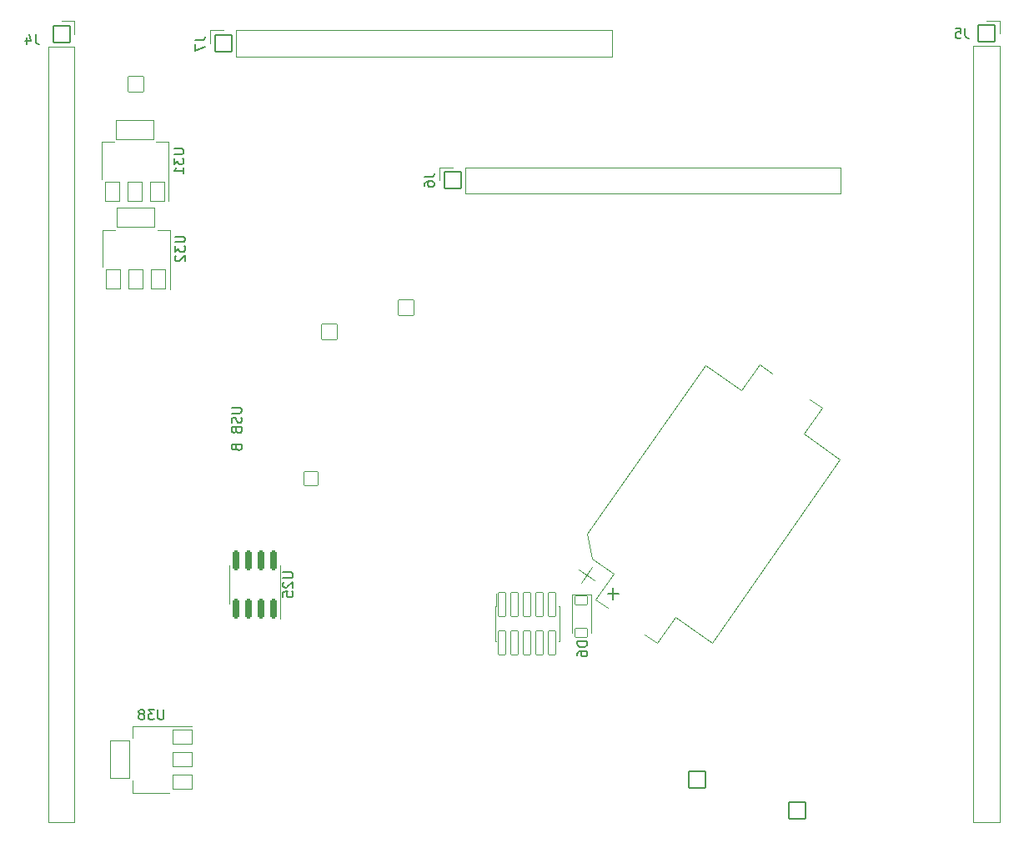
<source format=gbr>
%TF.GenerationSoftware,KiCad,Pcbnew,(6.0.1)*%
%TF.CreationDate,2023-04-04T00:05:00+01:00*%
%TF.ProjectId,polygonus-Shortage-Version,706f6c79-676f-46e7-9573-2d53686f7274,rev?*%
%TF.SameCoordinates,Original*%
%TF.FileFunction,Legend,Bot*%
%TF.FilePolarity,Positive*%
%FSLAX46Y46*%
G04 Gerber Fmt 4.6, Leading zero omitted, Abs format (unit mm)*
G04 Created by KiCad (PCBNEW (6.0.1)) date 2023-04-04 00:05:00*
%MOMM*%
%LPD*%
G01*
G04 APERTURE LIST*
G04 Aperture macros list*
%AMRoundRect*
0 Rectangle with rounded corners*
0 $1 Rounding radius*
0 $2 $3 $4 $5 $6 $7 $8 $9 X,Y pos of 4 corners*
0 Add a 4 corners polygon primitive as box body*
4,1,4,$2,$3,$4,$5,$6,$7,$8,$9,$2,$3,0*
0 Add four circle primitives for the rounded corners*
1,1,$1+$1,$2,$3*
1,1,$1+$1,$4,$5*
1,1,$1+$1,$6,$7*
1,1,$1+$1,$8,$9*
0 Add four rect primitives between the rounded corners*
20,1,$1+$1,$2,$3,$4,$5,0*
20,1,$1+$1,$4,$5,$6,$7,0*
20,1,$1+$1,$6,$7,$8,$9,0*
20,1,$1+$1,$8,$9,$2,$3,0*%
G04 Aperture macros list end*
%ADD10C,0.150000*%
%ADD11C,0.200000*%
%ADD12C,0.120000*%
%ADD13RoundRect,0.048000X0.800000X0.800000X-0.800000X0.800000X-0.800000X-0.800000X0.800000X-0.800000X0*%
%ADD14C,1.696000*%
%ADD15RoundRect,0.048000X0.850000X-0.850000X0.850000X0.850000X-0.850000X0.850000X-0.850000X-0.850000X0*%
%ADD16O,1.796000X1.796000*%
%ADD17RoundRect,0.048000X0.800000X-0.800000X0.800000X0.800000X-0.800000X0.800000X-0.800000X-0.800000X0*%
%ADD18RoundRect,0.048000X-0.700000X0.700000X-0.700000X-0.700000X0.700000X-0.700000X0.700000X0.700000X0*%
%ADD19C,1.496000*%
%ADD20C,3.096000*%
%ADD21C,1.086600*%
%ADD22RoundRect,0.048000X-0.370000X1.200000X-0.370000X-1.200000X0.370000X-1.200000X0.370000X1.200000X0*%
%ADD23RoundRect,0.048000X-0.728824X2.097335X-2.220123X-0.032460X0.728824X-2.097335X2.220123X0.032460X0*%
%ADD24RoundRect,0.198000X0.150000X-0.825000X0.150000X0.825000X-0.150000X0.825000X-0.150000X-0.825000X0*%
%ADD25RoundRect,0.048000X0.750000X-1.000000X0.750000X1.000000X-0.750000X1.000000X-0.750000X-1.000000X0*%
%ADD26RoundRect,0.048000X1.900000X-1.000000X1.900000X1.000000X-1.900000X1.000000X-1.900000X-1.000000X0*%
%ADD27RoundRect,0.048000X0.850000X0.850000X-0.850000X0.850000X-0.850000X-0.850000X0.850000X-0.850000X0*%
%ADD28RoundRect,0.048000X1.000000X0.750000X-1.000000X0.750000X-1.000000X-0.750000X1.000000X-0.750000X0*%
%ADD29RoundRect,0.048000X1.000000X1.900000X-1.000000X1.900000X-1.000000X-1.900000X1.000000X-1.900000X0*%
%ADD30RoundRect,0.048000X-0.850000X0.850000X-0.850000X-0.850000X0.850000X-0.850000X0.850000X0.850000X0*%
%ADD31RoundRect,0.048000X-0.600000X0.450000X-0.600000X-0.450000X0.600000X-0.450000X0.600000X0.450000X0*%
G04 APERTURE END LIST*
D10*
X78655380Y-95295142D02*
X79464904Y-95295142D01*
X79560142Y-95342761D01*
X79607761Y-95390380D01*
X79655380Y-95485619D01*
X79655380Y-95676095D01*
X79607761Y-95771333D01*
X79560142Y-95818952D01*
X79464904Y-95866571D01*
X78655380Y-95866571D01*
X79607761Y-96295142D02*
X79655380Y-96438000D01*
X79655380Y-96676095D01*
X79607761Y-96771333D01*
X79560142Y-96818952D01*
X79464904Y-96866571D01*
X79369666Y-96866571D01*
X79274428Y-96818952D01*
X79226809Y-96771333D01*
X79179190Y-96676095D01*
X79131571Y-96485619D01*
X79083952Y-96390380D01*
X79036333Y-96342761D01*
X78941095Y-96295142D01*
X78845857Y-96295142D01*
X78750619Y-96342761D01*
X78703000Y-96390380D01*
X78655380Y-96485619D01*
X78655380Y-96723714D01*
X78703000Y-96866571D01*
X79131571Y-97628476D02*
X79179190Y-97771333D01*
X79226809Y-97818952D01*
X79322047Y-97866571D01*
X79464904Y-97866571D01*
X79560142Y-97818952D01*
X79607761Y-97771333D01*
X79655380Y-97676095D01*
X79655380Y-97295142D01*
X78655380Y-97295142D01*
X78655380Y-97628476D01*
X78703000Y-97723714D01*
X78750619Y-97771333D01*
X78845857Y-97818952D01*
X78941095Y-97818952D01*
X79036333Y-97771333D01*
X79083952Y-97723714D01*
X79131571Y-97628476D01*
X79131571Y-97295142D01*
X79131571Y-99390380D02*
X79179190Y-99533238D01*
X79226809Y-99580857D01*
X79322047Y-99628476D01*
X79464904Y-99628476D01*
X79560142Y-99580857D01*
X79607761Y-99533238D01*
X79655380Y-99438000D01*
X79655380Y-99057047D01*
X78655380Y-99057047D01*
X78655380Y-99390380D01*
X78703000Y-99485619D01*
X78750619Y-99533238D01*
X78845857Y-99580857D01*
X78941095Y-99580857D01*
X79036333Y-99533238D01*
X79083952Y-99485619D01*
X79131571Y-99390380D01*
X79131571Y-99057047D01*
D11*
X117954807Y-114199198D02*
X116811950Y-114199198D01*
X117383379Y-114770627D02*
X117383379Y-113627770D01*
D10*
%TO.C,U25*%
X83867436Y-112019099D02*
X84676960Y-112019099D01*
X84772198Y-112066718D01*
X84819817Y-112114337D01*
X84867436Y-112209575D01*
X84867436Y-112400052D01*
X84819817Y-112495290D01*
X84772198Y-112542909D01*
X84676960Y-112590528D01*
X83867436Y-112590528D01*
X83962675Y-113019099D02*
X83915056Y-113066718D01*
X83867436Y-113161956D01*
X83867436Y-113400052D01*
X83915056Y-113495290D01*
X83962675Y-113542909D01*
X84057913Y-113590528D01*
X84153151Y-113590528D01*
X84296008Y-113542909D01*
X84867436Y-112971480D01*
X84867436Y-113590528D01*
X83867436Y-114495290D02*
X83867436Y-114019099D01*
X84343627Y-113971480D01*
X84296008Y-114019099D01*
X84248389Y-114114337D01*
X84248389Y-114352433D01*
X84296008Y-114447671D01*
X84343627Y-114495290D01*
X84438865Y-114542909D01*
X84676960Y-114542909D01*
X84772198Y-114495290D01*
X84819817Y-114447671D01*
X84867436Y-114352433D01*
X84867436Y-114114337D01*
X84819817Y-114019099D01*
X84772198Y-113971480D01*
%TO.C,U32*%
X72905790Y-77913099D02*
X73715314Y-77913099D01*
X73810552Y-77960718D01*
X73858171Y-78008337D01*
X73905790Y-78103575D01*
X73905790Y-78294052D01*
X73858171Y-78389290D01*
X73810552Y-78436909D01*
X73715314Y-78484528D01*
X72905790Y-78484528D01*
X72905790Y-78865480D02*
X72905790Y-79484528D01*
X73286743Y-79151195D01*
X73286743Y-79294052D01*
X73334362Y-79389290D01*
X73381981Y-79436909D01*
X73477219Y-79484528D01*
X73715314Y-79484528D01*
X73810552Y-79436909D01*
X73858171Y-79389290D01*
X73905790Y-79294052D01*
X73905790Y-79008337D01*
X73858171Y-78913099D01*
X73810552Y-78865480D01*
X73001029Y-79865480D02*
X72953410Y-79913099D01*
X72905790Y-80008337D01*
X72905790Y-80246433D01*
X72953410Y-80341671D01*
X73001029Y-80389290D01*
X73096267Y-80436909D01*
X73191505Y-80436909D01*
X73334362Y-80389290D01*
X73905790Y-79817861D01*
X73905790Y-80436909D01*
%TO.C,J4*%
X58730994Y-57383141D02*
X58730994Y-58097427D01*
X58778613Y-58240284D01*
X58873851Y-58335522D01*
X59016708Y-58383141D01*
X59111946Y-58383141D01*
X57826232Y-57716475D02*
X57826232Y-58383141D01*
X58064327Y-57335522D02*
X58302422Y-58049808D01*
X57683375Y-58049808D01*
%TO.C,U31*%
X72798581Y-69001245D02*
X73608105Y-69001245D01*
X73703343Y-69048864D01*
X73750962Y-69096483D01*
X73798581Y-69191721D01*
X73798581Y-69382198D01*
X73750962Y-69477436D01*
X73703343Y-69525055D01*
X73608105Y-69572674D01*
X72798581Y-69572674D01*
X72798581Y-69953626D02*
X72798581Y-70572674D01*
X73179534Y-70239341D01*
X73179534Y-70382198D01*
X73227153Y-70477436D01*
X73274772Y-70525055D01*
X73370010Y-70572674D01*
X73608105Y-70572674D01*
X73703343Y-70525055D01*
X73750962Y-70477436D01*
X73798581Y-70382198D01*
X73798581Y-70096483D01*
X73750962Y-70001245D01*
X73703343Y-69953626D01*
X73798581Y-71525055D02*
X73798581Y-70953626D01*
X73798581Y-71239341D02*
X72798581Y-71239341D01*
X72941439Y-71144102D01*
X73036677Y-71048864D01*
X73084296Y-70953626D01*
%TO.C,U38*%
X71741356Y-125974520D02*
X71741356Y-126784044D01*
X71693737Y-126879282D01*
X71646118Y-126926901D01*
X71550880Y-126974520D01*
X71360403Y-126974520D01*
X71265165Y-126926901D01*
X71217546Y-126879282D01*
X71169927Y-126784044D01*
X71169927Y-125974520D01*
X70788975Y-125974520D02*
X70169927Y-125974520D01*
X70503261Y-126355473D01*
X70360403Y-126355473D01*
X70265165Y-126403092D01*
X70217546Y-126450711D01*
X70169927Y-126545949D01*
X70169927Y-126784044D01*
X70217546Y-126879282D01*
X70265165Y-126926901D01*
X70360403Y-126974520D01*
X70646118Y-126974520D01*
X70741356Y-126926901D01*
X70788975Y-126879282D01*
X69598499Y-126403092D02*
X69693737Y-126355473D01*
X69741356Y-126307854D01*
X69788975Y-126212616D01*
X69788975Y-126164997D01*
X69741356Y-126069759D01*
X69693737Y-126022140D01*
X69598499Y-125974520D01*
X69408022Y-125974520D01*
X69312784Y-126022140D01*
X69265165Y-126069759D01*
X69217546Y-126164997D01*
X69217546Y-126212616D01*
X69265165Y-126307854D01*
X69312784Y-126355473D01*
X69408022Y-126403092D01*
X69598499Y-126403092D01*
X69693737Y-126450711D01*
X69741356Y-126498330D01*
X69788975Y-126593568D01*
X69788975Y-126784044D01*
X69741356Y-126879282D01*
X69693737Y-126926901D01*
X69598499Y-126974520D01*
X69408022Y-126974520D01*
X69312784Y-126926901D01*
X69265165Y-126879282D01*
X69217546Y-126784044D01*
X69217546Y-126593568D01*
X69265165Y-126498330D01*
X69312784Y-126450711D01*
X69408022Y-126403092D01*
%TO.C,J6*%
X98204666Y-71879637D02*
X98918952Y-71879637D01*
X99061809Y-71832018D01*
X99157047Y-71736780D01*
X99204666Y-71593923D01*
X99204666Y-71498685D01*
X98204666Y-72784399D02*
X98204666Y-72593923D01*
X98252286Y-72498685D01*
X98299905Y-72451066D01*
X98442762Y-72355828D01*
X98633238Y-72308209D01*
X99014190Y-72308209D01*
X99109428Y-72355828D01*
X99157047Y-72403447D01*
X99204666Y-72498685D01*
X99204666Y-72689161D01*
X99157047Y-72784399D01*
X99109428Y-72832018D01*
X99014190Y-72879637D01*
X98776095Y-72879637D01*
X98680857Y-72832018D01*
X98633238Y-72784399D01*
X98585619Y-72689161D01*
X98585619Y-72498685D01*
X98633238Y-72403447D01*
X98680857Y-72355828D01*
X98776095Y-72308209D01*
%TO.C,D6*%
X114746592Y-119056309D02*
X113746592Y-119056309D01*
X113746592Y-119294405D01*
X113794212Y-119437262D01*
X113889450Y-119532500D01*
X113984688Y-119580119D01*
X114175164Y-119627738D01*
X114318021Y-119627738D01*
X114508497Y-119580119D01*
X114603735Y-119532500D01*
X114698973Y-119437262D01*
X114746592Y-119294405D01*
X114746592Y-119056309D01*
X113746592Y-120484881D02*
X113746592Y-120294405D01*
X113794212Y-120199166D01*
X113841831Y-120151547D01*
X113984688Y-120056309D01*
X114175164Y-120008690D01*
X114556116Y-120008690D01*
X114651354Y-120056309D01*
X114698973Y-120103928D01*
X114746592Y-120199166D01*
X114746592Y-120389643D01*
X114698973Y-120484881D01*
X114651354Y-120532500D01*
X114556116Y-120580119D01*
X114318021Y-120580119D01*
X114222783Y-120532500D01*
X114175164Y-120484881D01*
X114127545Y-120389643D01*
X114127545Y-120199166D01*
X114175164Y-120103928D01*
X114222783Y-120056309D01*
X114318021Y-120008690D01*
%TO.C,J5*%
X153132376Y-56782601D02*
X153132376Y-57496887D01*
X153179995Y-57639744D01*
X153275233Y-57734982D01*
X153418090Y-57782601D01*
X153513328Y-57782601D01*
X152179995Y-56782601D02*
X152656185Y-56782601D01*
X152703804Y-57258792D01*
X152656185Y-57211173D01*
X152560947Y-57163554D01*
X152322852Y-57163554D01*
X152227614Y-57211173D01*
X152179995Y-57258792D01*
X152132376Y-57354030D01*
X152132376Y-57592125D01*
X152179995Y-57687363D01*
X152227614Y-57734982D01*
X152322852Y-57782601D01*
X152560947Y-57782601D01*
X152656185Y-57734982D01*
X152703804Y-57687363D01*
%TO.C,J7*%
X74928380Y-57987754D02*
X75642666Y-57987754D01*
X75785523Y-57940135D01*
X75880761Y-57844897D01*
X75928380Y-57702040D01*
X75928380Y-57606802D01*
X74928380Y-58368707D02*
X74928380Y-59035373D01*
X75928380Y-58606802D01*
D12*
%TO.C,J8*%
X105432000Y-115485000D02*
X105432000Y-119015000D01*
X111902000Y-115485000D02*
X111902000Y-119015000D01*
X111837000Y-115485000D02*
X111902000Y-115485000D01*
X105432000Y-119015000D02*
X105497000Y-119015000D01*
X111837000Y-119015000D02*
X111902000Y-119015000D01*
X105432000Y-115485000D02*
X105497000Y-115485000D01*
X105497000Y-114160000D02*
X105497000Y-115485000D01*
%TO.C,BT1*%
X115206462Y-110598450D02*
X117418172Y-112147106D01*
X117418172Y-112147106D02*
X115582727Y-114768393D01*
X140432012Y-100549988D02*
X136745828Y-97968894D01*
X123725643Y-116563645D02*
X121890198Y-119184932D01*
X114764425Y-108091539D02*
X115206462Y-110598450D01*
X126752173Y-90971261D02*
X130438357Y-93552355D01*
X138581273Y-95347607D02*
X137311587Y-94458564D01*
X115529746Y-112839094D02*
X113891442Y-111691942D01*
X115582727Y-114768393D02*
X116852413Y-115657436D01*
X132273802Y-90931068D02*
X133543487Y-91820112D01*
X127411827Y-119144739D02*
X140432012Y-100549988D01*
X127411827Y-119144739D02*
X123725643Y-116563645D01*
X121890198Y-119184932D02*
X120620513Y-118295888D01*
X136745828Y-97968894D02*
X138581273Y-95347607D01*
X126752173Y-90971261D02*
X114764425Y-108091539D01*
X115284170Y-111446366D02*
X114137018Y-113084670D01*
X130438357Y-93552355D02*
X132273802Y-90931068D01*
%TO.C,U25*%
X83575056Y-113257195D02*
X83575056Y-116707195D01*
X78455056Y-113257195D02*
X78455056Y-111307195D01*
X83575056Y-113257195D02*
X83575056Y-111307195D01*
X78455056Y-113257195D02*
X78455056Y-115207195D01*
%TO.C,U32*%
X72363410Y-77241195D02*
X71103410Y-77241195D01*
X65543410Y-81001195D02*
X65543410Y-77241195D01*
X72363410Y-83251195D02*
X72363410Y-77241195D01*
X65543410Y-77241195D02*
X66803410Y-77241195D01*
%TO.C,J4*%
X62693317Y-58605316D02*
X60033317Y-58605316D01*
X60033317Y-58605316D02*
X60033317Y-137405316D01*
X62693317Y-58605316D02*
X62693317Y-137405316D01*
X62693317Y-56005316D02*
X61363317Y-56005316D01*
X62693317Y-137405316D02*
X60033317Y-137405316D01*
X62693317Y-57335316D02*
X62693317Y-56005316D01*
%TO.C,U31*%
X65436201Y-68329341D02*
X66696201Y-68329341D01*
X65436201Y-72089341D02*
X65436201Y-68329341D01*
X72256201Y-68329341D02*
X70996201Y-68329341D01*
X72256201Y-74339341D02*
X72256201Y-68329341D01*
%TO.C,U38*%
X68593261Y-127612140D02*
X68593261Y-128872140D01*
X72353261Y-134432140D02*
X68593261Y-134432140D01*
X74603261Y-127612140D02*
X68593261Y-127612140D01*
X68593261Y-134432140D02*
X68593261Y-133172140D01*
%TO.C,J6*%
X140512286Y-70882971D02*
X140512286Y-73542971D01*
X101082286Y-70882971D02*
X99752286Y-70882971D01*
X102352286Y-73542971D02*
X140512286Y-73542971D01*
X102352286Y-70882971D02*
X140512286Y-70882971D01*
X99752286Y-70882971D02*
X99752286Y-72212971D01*
X102352286Y-70882971D02*
X102352286Y-73542971D01*
%TO.C,D6*%
X113184431Y-114276731D02*
X113184431Y-118176731D01*
X115184431Y-114276731D02*
X115184431Y-118176731D01*
X113184431Y-114276731D02*
X115184431Y-114276731D01*
%TO.C,J5*%
X156606000Y-56000221D02*
X155276000Y-56000221D01*
X156606000Y-57330221D02*
X156606000Y-56000221D01*
X153946000Y-58600221D02*
X153946000Y-137400221D01*
X156606000Y-137400221D02*
X153946000Y-137400221D01*
X156606000Y-58600221D02*
X156606000Y-137400221D01*
X156606000Y-58600221D02*
X153946000Y-58600221D01*
%TO.C,J7*%
X79076000Y-56991088D02*
X79076000Y-59651088D01*
X77806000Y-56991088D02*
X76476000Y-56991088D01*
X117236000Y-56991088D02*
X117236000Y-59651088D01*
X76476000Y-56991088D02*
X76476000Y-58321088D01*
X79076000Y-56991088D02*
X117236000Y-56991088D01*
X79076000Y-59651088D02*
X117236000Y-59651088D01*
%TD*%
%LPC*%
D13*
%TO.C,C6*%
X96348000Y-85119000D03*
D14*
X92848000Y-85119000D03*
%TD*%
D13*
%TO.C,J13*%
X88610209Y-87595853D03*
D14*
X86110209Y-87595853D03*
X83610209Y-87595853D03*
X81110209Y-87595853D03*
X78610209Y-87595853D03*
%TD*%
D15*
%TO.C,J11*%
X125881501Y-133044837D03*
D16*
X128421501Y-133044837D03*
X130961501Y-133044837D03*
X133501501Y-133044837D03*
X136041501Y-133044837D03*
X138581501Y-133044837D03*
%TD*%
D17*
%TO.C,C1*%
X68916000Y-62423028D03*
D14*
X68916000Y-58923028D03*
%TD*%
D15*
%TO.C,J12*%
X136088339Y-136214983D03*
D16*
X138628339Y-136214983D03*
%TD*%
D18*
%TO.C,J14*%
X86696000Y-102518000D03*
D19*
X86696000Y-100018000D03*
X83496000Y-100018000D03*
X83496000Y-102518000D03*
D20*
X83986000Y-107288000D03*
X83986000Y-95248000D03*
%TD*%
D21*
%TO.C,J9*%
X89236000Y-120679000D03*
X90252000Y-115599000D03*
X88220000Y-115599000D03*
%TD*%
D22*
%TO.C,J8*%
X106127000Y-115300000D03*
X106127000Y-119200000D03*
X107397000Y-115300000D03*
X107397000Y-119200000D03*
X108667000Y-115300000D03*
X108667000Y-119200000D03*
X109937000Y-115300000D03*
X109937000Y-119200000D03*
X111207000Y-115300000D03*
X111207000Y-119200000D03*
%TD*%
D23*
%TO.C,BT1*%
X118679105Y-117058577D03*
X135484895Y-93057423D03*
%TD*%
D24*
%TO.C,U25*%
X82920056Y-115732195D03*
X81650056Y-115732195D03*
X80380056Y-115732195D03*
X79110056Y-115732195D03*
X79110056Y-110782195D03*
X80380056Y-110782195D03*
X81650056Y-110782195D03*
X82920056Y-110782195D03*
%TD*%
D25*
%TO.C,U32*%
X71253410Y-82301195D03*
X68953410Y-82301195D03*
X66653410Y-82301195D03*
D26*
X68953410Y-76001195D03*
%TD*%
D27*
%TO.C,J4*%
X61363317Y-57335316D03*
D16*
X61363317Y-59875316D03*
X61363317Y-62415316D03*
X61363317Y-64955316D03*
X61363317Y-67495316D03*
X61363317Y-70035316D03*
X61363317Y-72575316D03*
X61363317Y-75115316D03*
X61363317Y-77655316D03*
X61363317Y-80195316D03*
X61363317Y-82735316D03*
X61363317Y-85275316D03*
X61363317Y-87815316D03*
X61363317Y-90355316D03*
X61363317Y-92895316D03*
X61363317Y-95435316D03*
X61363317Y-97975316D03*
X61363317Y-100515316D03*
X61363317Y-103055316D03*
X61363317Y-105595316D03*
X61363317Y-108135316D03*
X61363317Y-110675316D03*
X61363317Y-113215316D03*
X61363317Y-115755316D03*
X61363317Y-118295316D03*
X61363317Y-120835316D03*
X61363317Y-123375316D03*
X61363317Y-125915316D03*
X61363317Y-128455316D03*
X61363317Y-130995316D03*
X61363317Y-133535316D03*
X61363317Y-136075316D03*
%TD*%
D25*
%TO.C,U31*%
X71146201Y-73389341D03*
X68846201Y-73389341D03*
X66546201Y-73389341D03*
D26*
X68846201Y-67089341D03*
%TD*%
D28*
%TO.C,U38*%
X73653261Y-128722140D03*
X73653261Y-131022140D03*
X73653261Y-133322140D03*
D29*
X67353261Y-131022140D03*
%TD*%
D30*
%TO.C,J6*%
X101082286Y-72212971D03*
D16*
X103622286Y-72212971D03*
X106162286Y-72212971D03*
X108702286Y-72212971D03*
X111242286Y-72212971D03*
X113782286Y-72212971D03*
X116322286Y-72212971D03*
X118862286Y-72212971D03*
X121402286Y-72212971D03*
X123942286Y-72212971D03*
X126482286Y-72212971D03*
X129022286Y-72212971D03*
X131562286Y-72212971D03*
X134102286Y-72212971D03*
X136642286Y-72212971D03*
X139182286Y-72212971D03*
%TD*%
D31*
%TO.C,D6*%
X114184431Y-114876731D03*
X114184431Y-118176731D03*
%TD*%
D27*
%TO.C,J5*%
X155276000Y-57330221D03*
D16*
X155276000Y-59870221D03*
X155276000Y-62410221D03*
X155276000Y-64950221D03*
X155276000Y-67490221D03*
X155276000Y-70030221D03*
X155276000Y-72570221D03*
X155276000Y-75110221D03*
X155276000Y-77650221D03*
X155276000Y-80190221D03*
X155276000Y-82730221D03*
X155276000Y-85270221D03*
X155276000Y-87810221D03*
X155276000Y-90350221D03*
X155276000Y-92890221D03*
X155276000Y-95430221D03*
X155276000Y-97970221D03*
X155276000Y-100510221D03*
X155276000Y-103050221D03*
X155276000Y-105590221D03*
X155276000Y-108130221D03*
X155276000Y-110670221D03*
X155276000Y-113210221D03*
X155276000Y-115750221D03*
X155276000Y-118290221D03*
X155276000Y-120830221D03*
X155276000Y-123370221D03*
X155276000Y-125910221D03*
X155276000Y-128450221D03*
X155276000Y-130990221D03*
X155276000Y-133530221D03*
X155276000Y-136070221D03*
%TD*%
D30*
%TO.C,J7*%
X77806000Y-58321088D03*
D16*
X80346000Y-58321088D03*
X82886000Y-58321088D03*
X85426000Y-58321088D03*
X87966000Y-58321088D03*
X90506000Y-58321088D03*
X93046000Y-58321088D03*
X95586000Y-58321088D03*
X98126000Y-58321088D03*
X100666000Y-58321088D03*
X103206000Y-58321088D03*
X105746000Y-58321088D03*
X108286000Y-58321088D03*
X110826000Y-58321088D03*
X113366000Y-58321088D03*
X115906000Y-58321088D03*
%TD*%
M02*

</source>
